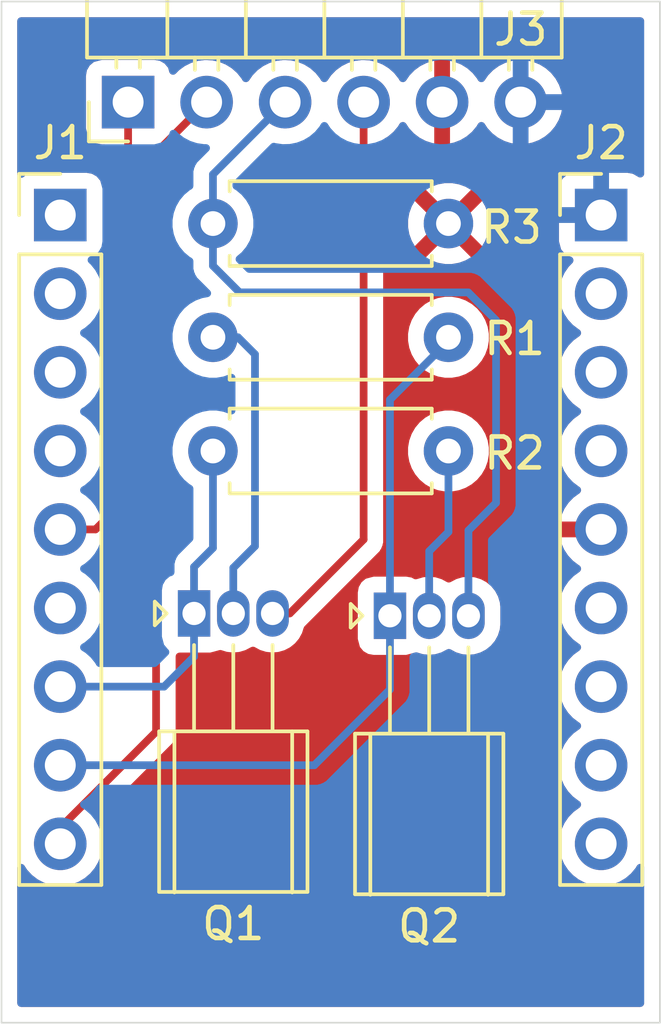
<source format=kicad_pcb>
(kicad_pcb (version 20191123) (host pcbnew "(5.99.0-575-gc67a52ffd)")

  (general
    (thickness 1.6)
    (drawings 8)
    (tracks 39)
    (modules 8)
    (nets 23)
  )

  (page "A4")
  (layers
    (0 "F.Cu" signal hide)
    (31 "B.Cu" signal hide)
    (32 "B.Adhes" user)
    (33 "F.Adhes" user)
    (34 "B.Paste" user)
    (35 "F.Paste" user)
    (36 "B.SilkS" user)
    (37 "F.SilkS" user)
    (38 "B.Mask" user)
    (39 "F.Mask" user)
    (40 "Dwgs.User" user)
    (41 "Cmts.User" user)
    (42 "Eco1.User" user)
    (43 "Eco2.User" user)
    (44 "Edge.Cuts" user)
    (45 "Margin" user)
    (46 "B.CrtYd" user)
    (47 "F.CrtYd" user)
    (48 "B.Fab" user)
    (49 "F.Fab" user)
  )

  (setup
    (last_trace_width 0.25)
    (trace_clearance 0.2)
    (zone_clearance 0.508)
    (zone_45_only no)
    (trace_min 0.2)
    (via_size 0.8)
    (via_drill 0.4)
    (via_min_size 0.4)
    (via_min_drill 0.3)
    (uvia_size 0.3)
    (uvia_drill 0.1)
    (uvias_allowed no)
    (uvia_min_size 0.2)
    (uvia_min_drill 0.1)
    (max_error 0.005)
    (defaults
      (edge_clearance 0.01)
      (edge_cuts_line_width 0.05)
      (courtyard_line_width 0.05)
      (copper_line_width 0.2)
      (copper_text_dims (size 1.5 1.5) (thickness 0.3))
      (silk_line_width 0.12)
      (silk_text_dims (size 1 1) (thickness 0.15))
      (other_layers_line_width 0.1)
      (other_layers_text_dims (size 1 1) (thickness 0.15))
    )
    (pad_size 1.524 1.524)
    (pad_drill 0.762)
    (pad_to_mask_clearance 0.051)
    (solder_mask_min_width 0.25)
    (aux_axis_origin 0 0)
    (visible_elements FFFFFF7F)
    (pcbplotparams
      (layerselection 0x010fc_ffffffff)
      (usegerberextensions false)
      (usegerberattributes false)
      (usegerberadvancedattributes false)
      (creategerberjobfile false)
      (excludeedgelayer true)
      (linewidth 0.100000)
      (plotframeref false)
      (viasonmask false)
      (mode 1)
      (useauxorigin false)
      (hpglpennumber 1)
      (hpglpenspeed 20)
      (hpglpendiameter 15.000000)
      (psnegative false)
      (psa4output false)
      (plotreference true)
      (plotvalue true)
      (plotinvisibletext false)
      (padsonsilk false)
      (subtractmaskfromsilk false)
      (outputformat 1)
      (mirror false)
      (drillshape 1)
      (scaleselection 1)
      (outputdirectory "")
    )
  )

  (net 0 "")
  (net 1 "/TXD")
  (net 2 "/DTR")
  (net 3 "/RTS")
  (net 4 "Net-(J1-Pad6)")
  (net 5 "/RXD")
  (net 6 "Net-(J1-Pad4)")
  (net 7 "Net-(J1-Pad3)")
  (net 8 "Net-(J1-Pad2)")
  (net 9 "Net-(J1-Pad1)")
  (net 10 "Net-(J2-Pad9)")
  (net 11 "Net-(J2-Pad8)")
  (net 12 "Net-(J2-Pad7)")
  (net 13 "Net-(J2-Pad6)")
  (net 14 "+3V3")
  (net 15 "Net-(J2-Pad4)")
  (net 16 "Net-(J2-Pad3)")
  (net 17 "Net-(J2-Pad2)")
  (net 18 "GND")
  (net 19 "/RESET")
  (net 20 "/GPIO0")
  (net 21 "Net-(Q1-Pad2)")
  (net 22 "Net-(Q2-Pad2)")

  (net_class "Default" "This is the default net class."
    (clearance 0.2)
    (trace_width 0.25)
    (via_dia 0.8)
    (via_drill 0.4)
    (uvia_dia 0.3)
    (uvia_drill 0.1)
    (add_net "+3V3")
    (add_net "/DTR")
    (add_net "/GPIO0")
    (add_net "/RESET")
    (add_net "/RTS")
    (add_net "/RXD")
    (add_net "/TXD")
    (add_net "GND")
    (add_net "Net-(J1-Pad1)")
    (add_net "Net-(J1-Pad2)")
    (add_net "Net-(J1-Pad3)")
    (add_net "Net-(J1-Pad4)")
    (add_net "Net-(J1-Pad6)")
    (add_net "Net-(J2-Pad2)")
    (add_net "Net-(J2-Pad3)")
    (add_net "Net-(J2-Pad4)")
    (add_net "Net-(J2-Pad6)")
    (add_net "Net-(J2-Pad7)")
    (add_net "Net-(J2-Pad8)")
    (add_net "Net-(J2-Pad9)")
    (add_net "Net-(Q1-Pad2)")
    (add_net "Net-(Q2-Pad2)")
  )

  (module "Resistor_THT:R_Axial_DIN0207_L6.3mm_D2.5mm_P7.62mm_Horizontal" (layer "F.Cu") (tedit 5AE5139B) (tstamp 5E0E7B26)
    (at 93.16 69.775 180)
    (descr "Resistor, Axial_DIN0207 series, Axial, Horizontal, pin pitch=7.62mm, 0.25W = 1/4W, length*diameter=6.3*2.5mm^2, http://cdn-reichelt.de/documents/datenblatt/B400/1_4W%23YAG.pdf")
    (tags "Resistor Axial_DIN0207 series Axial Horizontal pin pitch 7.62mm 0.25W = 1/4W length 6.3mm diameter 2.5mm")
    (path "/5E0DFB3A")
    (fp_text reference "R3" (at -2.04 -0.125) (layer "F.SilkS")
      (effects (font (size 1 1) (thickness 0.15)))
    )
    (fp_text value "4.7k" (at 3.76 -0.125) (layer "F.Fab")
      (effects (font (size 1 1) (thickness 0.15)))
    )
    (fp_line (start 0.66 -1.25) (end 0.66 1.25) (layer "F.Fab") (width 0.1))
    (fp_line (start 0.66 1.25) (end 6.96 1.25) (layer "F.Fab") (width 0.1))
    (fp_line (start 6.96 1.25) (end 6.96 -1.25) (layer "F.Fab") (width 0.1))
    (fp_line (start 6.96 -1.25) (end 0.66 -1.25) (layer "F.Fab") (width 0.1))
    (fp_line (start 0 0) (end 0.66 0) (layer "F.Fab") (width 0.1))
    (fp_line (start 7.62 0) (end 6.96 0) (layer "F.Fab") (width 0.1))
    (fp_line (start 0.54 -1.04) (end 0.54 -1.37) (layer "F.SilkS") (width 0.12))
    (fp_line (start 0.54 -1.37) (end 7.08 -1.37) (layer "F.SilkS") (width 0.12))
    (fp_line (start 7.08 -1.37) (end 7.08 -1.04) (layer "F.SilkS") (width 0.12))
    (fp_line (start 0.54 1.04) (end 0.54 1.37) (layer "F.SilkS") (width 0.12))
    (fp_line (start 0.54 1.37) (end 7.08 1.37) (layer "F.SilkS") (width 0.12))
    (fp_line (start 7.08 1.37) (end 7.08 1.04) (layer "F.SilkS") (width 0.12))
    (fp_line (start -1.05 -1.5) (end -1.05 1.5) (layer "F.CrtYd") (width 0.05))
    (fp_line (start -1.05 1.5) (end 8.67 1.5) (layer "F.CrtYd") (width 0.05))
    (fp_line (start 8.67 1.5) (end 8.67 -1.5) (layer "F.CrtYd") (width 0.05))
    (fp_line (start 8.67 -1.5) (end -1.05 -1.5) (layer "F.CrtYd") (width 0.05))
    (fp_text user "%R" (at 9.76 -0.125) (layer "F.Fab")
      (effects (font (size 1 1) (thickness 0.15)))
    )
    (pad "2" thru_hole oval (at 7.62 0 180) (size 1.6 1.6) (drill 0.8) (layers *.Cu *.Mask)
      (net 20 "/GPIO0"))
    (pad "1" thru_hole circle (at 0 0 180) (size 1.6 1.6) (drill 0.8) (layers *.Cu *.Mask)
      (net 14 "+3V3"))
    (model "${KISYS3DMOD}/Resistor_THT.3dshapes/R_Axial_DIN0207_L6.3mm_D2.5mm_P7.62mm_Horizontal.wrl"
      (at (xyz 0 0 0))
      (scale (xyz 1 1 1))
      (rotate (xyz 0 0 0))
    )
  )

  (module "Resistor_THT:R_Axial_DIN0207_L6.3mm_D2.5mm_P7.62mm_Horizontal" (layer "F.Cu") (tedit 5AE5139B) (tstamp 5E0E7C04)
    (at 93.16 77.125 180)
    (descr "Resistor, Axial_DIN0207 series, Axial, Horizontal, pin pitch=7.62mm, 0.25W = 1/4W, length*diameter=6.3*2.5mm^2, http://cdn-reichelt.de/documents/datenblatt/B400/1_4W%23YAG.pdf")
    (tags "Resistor Axial_DIN0207 series Axial Horizontal pin pitch 7.62mm 0.25W = 1/4W length 6.3mm diameter 2.5mm")
    (path "/5E0DE3A4")
    (fp_text reference "R2" (at -2.14 -0.075) (layer "F.SilkS")
      (effects (font (size 1 1) (thickness 0.15)))
    )
    (fp_text value "12k" (at 3.76 0.025) (layer "F.Fab")
      (effects (font (size 1 1) (thickness 0.15)))
    )
    (fp_line (start 0.66 -1.25) (end 0.66 1.25) (layer "F.Fab") (width 0.1))
    (fp_line (start 0.66 1.25) (end 6.96 1.25) (layer "F.Fab") (width 0.1))
    (fp_line (start 6.96 1.25) (end 6.96 -1.25) (layer "F.Fab") (width 0.1))
    (fp_line (start 6.96 -1.25) (end 0.66 -1.25) (layer "F.Fab") (width 0.1))
    (fp_line (start 0 0) (end 0.66 0) (layer "F.Fab") (width 0.1))
    (fp_line (start 7.62 0) (end 6.96 0) (layer "F.Fab") (width 0.1))
    (fp_line (start 0.54 -1.04) (end 0.54 -1.37) (layer "F.SilkS") (width 0.12))
    (fp_line (start 0.54 -1.37) (end 7.08 -1.37) (layer "F.SilkS") (width 0.12))
    (fp_line (start 7.08 -1.37) (end 7.08 -1.04) (layer "F.SilkS") (width 0.12))
    (fp_line (start 0.54 1.04) (end 0.54 1.37) (layer "F.SilkS") (width 0.12))
    (fp_line (start 0.54 1.37) (end 7.08 1.37) (layer "F.SilkS") (width 0.12))
    (fp_line (start 7.08 1.37) (end 7.08 1.04) (layer "F.SilkS") (width 0.12))
    (fp_line (start -1.05 -1.5) (end -1.05 1.5) (layer "F.CrtYd") (width 0.05))
    (fp_line (start -1.05 1.5) (end 8.67 1.5) (layer "F.CrtYd") (width 0.05))
    (fp_line (start 8.67 1.5) (end 8.67 -1.5) (layer "F.CrtYd") (width 0.05))
    (fp_line (start 8.67 -1.5) (end -1.05 -1.5) (layer "F.CrtYd") (width 0.05))
    (fp_text user "%R" (at 9.76 0.025) (layer "F.Fab")
      (effects (font (size 1 1) (thickness 0.15)))
    )
    (pad "2" thru_hole oval (at 7.62 0 180) (size 1.6 1.6) (drill 0.8) (layers *.Cu *.Mask)
      (net 3 "/RTS"))
    (pad "1" thru_hole circle (at 0 0 180) (size 1.6 1.6) (drill 0.8) (layers *.Cu *.Mask)
      (net 22 "Net-(Q2-Pad2)"))
    (model "${KISYS3DMOD}/Resistor_THT.3dshapes/R_Axial_DIN0207_L6.3mm_D2.5mm_P7.62mm_Horizontal.wrl"
      (at (xyz 0 0 0))
      (scale (xyz 1 1 1))
      (rotate (xyz 0 0 0))
    )
  )

  (module "Resistor_THT:R_Axial_DIN0207_L6.3mm_D2.5mm_P7.62mm_Horizontal" (layer "F.Cu") (tedit 5AE5139B) (tstamp 5E0E7BC2)
    (at 85.54 73.45)
    (descr "Resistor, Axial_DIN0207 series, Axial, Horizontal, pin pitch=7.62mm, 0.25W = 1/4W, length*diameter=6.3*2.5mm^2, http://cdn-reichelt.de/documents/datenblatt/B400/1_4W%23YAG.pdf")
    (tags "Resistor Axial_DIN0207 series Axial Horizontal pin pitch 7.62mm 0.25W = 1/4W length 6.3mm diameter 2.5mm")
    (path "/5E0DDDFE")
    (fp_text reference "R1" (at 9.76 0.05) (layer "F.SilkS")
      (effects (font (size 1 1) (thickness 0.15)))
    )
    (fp_text value "12k" (at 3.81 0.15) (layer "F.Fab")
      (effects (font (size 1 1) (thickness 0.15)))
    )
    (fp_line (start 0.66 -1.25) (end 0.66 1.25) (layer "F.Fab") (width 0.1))
    (fp_line (start 0.66 1.25) (end 6.96 1.25) (layer "F.Fab") (width 0.1))
    (fp_line (start 6.96 1.25) (end 6.96 -1.25) (layer "F.Fab") (width 0.1))
    (fp_line (start 6.96 -1.25) (end 0.66 -1.25) (layer "F.Fab") (width 0.1))
    (fp_line (start 0 0) (end 0.66 0) (layer "F.Fab") (width 0.1))
    (fp_line (start 7.62 0) (end 6.96 0) (layer "F.Fab") (width 0.1))
    (fp_line (start 0.54 -1.04) (end 0.54 -1.37) (layer "F.SilkS") (width 0.12))
    (fp_line (start 0.54 -1.37) (end 7.08 -1.37) (layer "F.SilkS") (width 0.12))
    (fp_line (start 7.08 -1.37) (end 7.08 -1.04) (layer "F.SilkS") (width 0.12))
    (fp_line (start 0.54 1.04) (end 0.54 1.37) (layer "F.SilkS") (width 0.12))
    (fp_line (start 0.54 1.37) (end 7.08 1.37) (layer "F.SilkS") (width 0.12))
    (fp_line (start 7.08 1.37) (end 7.08 1.04) (layer "F.SilkS") (width 0.12))
    (fp_line (start -1.05 -1.5) (end -1.05 1.5) (layer "F.CrtYd") (width 0.05))
    (fp_line (start -1.05 1.5) (end 8.67 1.5) (layer "F.CrtYd") (width 0.05))
    (fp_line (start 8.67 1.5) (end 8.67 -1.5) (layer "F.CrtYd") (width 0.05))
    (fp_line (start 8.67 -1.5) (end -1.05 -1.5) (layer "F.CrtYd") (width 0.05))
    (fp_text user "%R" (at -2.14 0) (layer "F.Fab")
      (effects (font (size 1 1) (thickness 0.15)))
    )
    (pad "2" thru_hole oval (at 7.62 0) (size 1.6 1.6) (drill 0.8) (layers *.Cu *.Mask)
      (net 2 "/DTR"))
    (pad "1" thru_hole circle (at 0 0) (size 1.6 1.6) (drill 0.8) (layers *.Cu *.Mask)
      (net 21 "Net-(Q1-Pad2)"))
    (model "${KISYS3DMOD}/Resistor_THT.3dshapes/R_Axial_DIN0207_L6.3mm_D2.5mm_P7.62mm_Horizontal.wrl"
      (at (xyz 0 0 0))
      (scale (xyz 1 1 1))
      (rotate (xyz 0 0 0))
    )
  )

  (module "Package_TO_SOT_THT:TO-92_Inline_W4.0mm_Horizontal_FlatSideDown" (layer "F.Cu") (tedit 5A2D51E9) (tstamp 5E0E7DA0)
    (at 91.266666 82.45)
    (descr "TO-92 horizontal, leads in-line, narrow, oval pads, drill 0.75mm (see NXP sot054_po.pdf)")
    (tags "to-92 sc-43 sc-43a sot54 PA33 transistor")
    (path "/5E0E46CE")
    (fp_text reference "Q2" (at 1.27 10.033) (layer "F.SilkS")
      (effects (font (size 1 1) (thickness 0.15)))
    )
    (fp_text value "S8050" (at 1.27 -1.778) (layer "F.Fab")
      (effects (font (size 1 1) (thickness 0.15)))
    )
    (fp_line (start -1.27 0.381) (end -0.889 0) (layer "F.SilkS") (width 0.12))
    (fp_line (start -1.27 -0.381) (end -1.27 0.381) (layer "F.SilkS") (width 0.12))
    (fp_line (start -0.889 0) (end -1.27 -0.381) (layer "F.SilkS") (width 0.12))
    (fp_line (start 3.175 3.81) (end 3.175 9.017) (layer "F.SilkS") (width 0.12))
    (fp_line (start -0.635 3.81) (end -0.635 9.017) (layer "F.SilkS") (width 0.12))
    (fp_text user "%R" (at 1.27 6.4) (layer "F.Fab")
      (effects (font (size 1 1) (thickness 0.15)))
    )
    (fp_line (start 2.54 3.94) (end 2.54 0) (layer "F.Fab") (width 0.1))
    (fp_line (start 1.27 3.94) (end 1.27 0) (layer "F.Fab") (width 0.1))
    (fp_line (start 0 3.94) (end 0 0) (layer "F.Fab") (width 0.1))
    (fp_line (start -1.02 8.89) (end -1.02 3.94) (layer "F.Fab") (width 0.1))
    (fp_line (start -1.02 3.94) (end 3.56 3.94) (layer "F.Fab") (width 0.1))
    (fp_line (start 3.56 3.94) (end 3.56 8.89) (layer "F.Fab") (width 0.1))
    (fp_line (start 3.56 8.89) (end -1.02 8.89) (layer "F.Fab") (width 0.1))
    (fp_line (start 0 1.02) (end 0 3.81) (layer "F.SilkS") (width 0.12))
    (fp_line (start 1.27 1.02) (end 1.27 3.81) (layer "F.SilkS") (width 0.12))
    (fp_line (start 2.54 1.02) (end 2.54 3.81) (layer "F.SilkS") (width 0.12))
    (fp_line (start -1.13 3.81) (end 3.67 3.81) (layer "F.SilkS") (width 0.12))
    (fp_line (start 3.67 3.81) (end 3.67 9) (layer "F.SilkS") (width 0.12))
    (fp_line (start 3.67 9) (end -1.13 9) (layer "F.SilkS") (width 0.12))
    (fp_line (start -1.13 9) (end -1.13 3.81) (layer "F.SilkS") (width 0.12))
    (fp_line (start -1.27 -1) (end 3.81 -1) (layer "F.CrtYd") (width 0.05))
    (fp_line (start -1.27 -1) (end -1.27 9.14) (layer "F.CrtYd") (width 0.05))
    (fp_line (start 3.81 9.14) (end 3.81 -1) (layer "F.CrtYd") (width 0.05))
    (fp_line (start 3.81 9.14) (end -1.27 9.14) (layer "F.CrtYd") (width 0.05))
    (pad "1" thru_hole rect (at 0 0) (size 1.05 1.5) (drill 0.75) (layers *.Cu *.Mask)
      (net 2 "/DTR"))
    (pad "3" thru_hole oval (at 2.54 0) (size 1.05 1.5) (drill 0.75) (layers *.Cu *.Mask)
      (net 20 "/GPIO0"))
    (pad "2" thru_hole oval (at 1.27 0) (size 1.05 1.5) (drill 0.75) (layers *.Cu *.Mask)
      (net 22 "Net-(Q2-Pad2)"))
    (model "${KISYS3DMOD}/Package_TO_SOT_THT.3dshapes/TO-92_Inline_W4.0mm_Horizontal_FlatSideDown.wrl"
      (at (xyz 0 0 0))
      (scale (xyz 1 1 1))
      (rotate (xyz 0 0 0))
    )
  )

  (module "Package_TO_SOT_THT:TO-92_Inline_W4.0mm_Horizontal_FlatSideDown" (layer "F.Cu") (tedit 5A2D51E9) (tstamp 5E0E7B70)
    (at 84.928333 82.375)
    (descr "TO-92 horizontal, leads in-line, narrow, oval pads, drill 0.75mm (see NXP sot054_po.pdf)")
    (tags "to-92 sc-43 sc-43a sot54 PA33 transistor")
    (path "/5E0DB568")
    (fp_text reference "Q1" (at 1.27 10.033) (layer "F.SilkS")
      (effects (font (size 1 1) (thickness 0.15)))
    )
    (fp_text value "S8050" (at 1.27 -1.778) (layer "F.Fab")
      (effects (font (size 1 1) (thickness 0.15)))
    )
    (fp_line (start -1.27 0.381) (end -0.889 0) (layer "F.SilkS") (width 0.12))
    (fp_line (start -1.27 -0.381) (end -1.27 0.381) (layer "F.SilkS") (width 0.12))
    (fp_line (start -0.889 0) (end -1.27 -0.381) (layer "F.SilkS") (width 0.12))
    (fp_line (start 3.175 3.81) (end 3.175 9.017) (layer "F.SilkS") (width 0.12))
    (fp_line (start -0.635 3.81) (end -0.635 9.017) (layer "F.SilkS") (width 0.12))
    (fp_text user "%R" (at 1.27 6.4) (layer "F.Fab")
      (effects (font (size 1 1) (thickness 0.15)))
    )
    (fp_line (start 2.54 3.94) (end 2.54 0) (layer "F.Fab") (width 0.1))
    (fp_line (start 1.27 3.94) (end 1.27 0) (layer "F.Fab") (width 0.1))
    (fp_line (start 0 3.94) (end 0 0) (layer "F.Fab") (width 0.1))
    (fp_line (start -1.02 8.89) (end -1.02 3.94) (layer "F.Fab") (width 0.1))
    (fp_line (start -1.02 3.94) (end 3.56 3.94) (layer "F.Fab") (width 0.1))
    (fp_line (start 3.56 3.94) (end 3.56 8.89) (layer "F.Fab") (width 0.1))
    (fp_line (start 3.56 8.89) (end -1.02 8.89) (layer "F.Fab") (width 0.1))
    (fp_line (start 0 1.02) (end 0 3.81) (layer "F.SilkS") (width 0.12))
    (fp_line (start 1.27 1.02) (end 1.27 3.81) (layer "F.SilkS") (width 0.12))
    (fp_line (start 2.54 1.02) (end 2.54 3.81) (layer "F.SilkS") (width 0.12))
    (fp_line (start -1.13 3.81) (end 3.67 3.81) (layer "F.SilkS") (width 0.12))
    (fp_line (start 3.67 3.81) (end 3.67 9) (layer "F.SilkS") (width 0.12))
    (fp_line (start 3.67 9) (end -1.13 9) (layer "F.SilkS") (width 0.12))
    (fp_line (start -1.13 9) (end -1.13 3.81) (layer "F.SilkS") (width 0.12))
    (fp_line (start -1.27 -1) (end 3.81 -1) (layer "F.CrtYd") (width 0.05))
    (fp_line (start -1.27 -1) (end -1.27 9.14) (layer "F.CrtYd") (width 0.05))
    (fp_line (start 3.81 9.14) (end 3.81 -1) (layer "F.CrtYd") (width 0.05))
    (fp_line (start 3.81 9.14) (end -1.27 9.14) (layer "F.CrtYd") (width 0.05))
    (pad "1" thru_hole rect (at 0 0) (size 1.05 1.5) (drill 0.75) (layers *.Cu *.Mask)
      (net 3 "/RTS"))
    (pad "3" thru_hole oval (at 2.54 0) (size 1.05 1.5) (drill 0.75) (layers *.Cu *.Mask)
      (net 19 "/RESET"))
    (pad "2" thru_hole oval (at 1.27 0) (size 1.05 1.5) (drill 0.75) (layers *.Cu *.Mask)
      (net 21 "Net-(Q1-Pad2)"))
    (model "${KISYS3DMOD}/Package_TO_SOT_THT.3dshapes/TO-92_Inline_W4.0mm_Horizontal_FlatSideDown.wrl"
      (at (xyz 0 0 0))
      (scale (xyz 1 1 1))
      (rotate (xyz 0 0 0))
    )
  )

  (module "Connector_PinHeader_2.54mm:PinHeader_1x06_P2.54mm_Horizontal" (layer "F.Cu") (tedit 59FED5CB) (tstamp 5E0E634F)
    (at 82.795 65.85 90)
    (descr "Through hole angled pin header, 1x06, 2.54mm pitch, 6mm pin length, single row")
    (tags "Through hole angled pin header THT 1x06 2.54mm single row")
    (path "/5E0F94EA")
    (fp_text reference "J3" (at 2.35 12.705 180) (layer "F.SilkS")
      (effects (font (size 1 1) (thickness 0.15)))
    )
    (fp_text value "Conn_01x06_Male" (at 4.385 14.97 90) (layer "F.Fab")
      (effects (font (size 1 1) (thickness 0.15)))
    )
    (fp_line (start 2.135 -1.27) (end 4.04 -1.27) (layer "F.Fab") (width 0.1))
    (fp_line (start 4.04 -1.27) (end 4.04 13.97) (layer "F.Fab") (width 0.1))
    (fp_line (start 4.04 13.97) (end 1.5 13.97) (layer "F.Fab") (width 0.1))
    (fp_line (start 1.5 13.97) (end 1.5 -0.635) (layer "F.Fab") (width 0.1))
    (fp_line (start 1.5 -0.635) (end 2.135 -1.27) (layer "F.Fab") (width 0.1))
    (fp_line (start -0.32 -0.32) (end 1.5 -0.32) (layer "F.Fab") (width 0.1))
    (fp_line (start -0.32 -0.32) (end -0.32 0.32) (layer "F.Fab") (width 0.1))
    (fp_line (start -0.32 0.32) (end 1.5 0.32) (layer "F.Fab") (width 0.1))
    (fp_line (start 4.04 -0.32) (end 10.04 -0.32) (layer "F.Fab") (width 0.1))
    (fp_line (start 10.04 -0.32) (end 10.04 0.32) (layer "F.Fab") (width 0.1))
    (fp_line (start 4.04 0.32) (end 10.04 0.32) (layer "F.Fab") (width 0.1))
    (fp_line (start -0.32 2.22) (end 1.5 2.22) (layer "F.Fab") (width 0.1))
    (fp_line (start -0.32 2.22) (end -0.32 2.86) (layer "F.Fab") (width 0.1))
    (fp_line (start -0.32 2.86) (end 1.5 2.86) (layer "F.Fab") (width 0.1))
    (fp_line (start 4.04 2.22) (end 10.04 2.22) (layer "F.Fab") (width 0.1))
    (fp_line (start 10.04 2.22) (end 10.04 2.86) (layer "F.Fab") (width 0.1))
    (fp_line (start 4.04 2.86) (end 10.04 2.86) (layer "F.Fab") (width 0.1))
    (fp_line (start -0.32 4.76) (end 1.5 4.76) (layer "F.Fab") (width 0.1))
    (fp_line (start -0.32 4.76) (end -0.32 5.4) (layer "F.Fab") (width 0.1))
    (fp_line (start -0.32 5.4) (end 1.5 5.4) (layer "F.Fab") (width 0.1))
    (fp_line (start 4.04 4.76) (end 10.04 4.76) (layer "F.Fab") (width 0.1))
    (fp_line (start 10.04 4.76) (end 10.04 5.4) (layer "F.Fab") (width 0.1))
    (fp_line (start 4.04 5.4) (end 10.04 5.4) (layer "F.Fab") (width 0.1))
    (fp_line (start -0.32 7.3) (end 1.5 7.3) (layer "F.Fab") (width 0.1))
    (fp_line (start -0.32 7.3) (end -0.32 7.94) (layer "F.Fab") (width 0.1))
    (fp_line (start -0.32 7.94) (end 1.5 7.94) (layer "F.Fab") (width 0.1))
    (fp_line (start 4.04 7.3) (end 10.04 7.3) (layer "F.Fab") (width 0.1))
    (fp_line (start 10.04 7.3) (end 10.04 7.94) (layer "F.Fab") (width 0.1))
    (fp_line (start 4.04 7.94) (end 10.04 7.94) (layer "F.Fab") (width 0.1))
    (fp_line (start -0.32 9.84) (end 1.5 9.84) (layer "F.Fab") (width 0.1))
    (fp_line (start -0.32 9.84) (end -0.32 10.48) (layer "F.Fab") (width 0.1))
    (fp_line (start -0.32 10.48) (end 1.5 10.48) (layer "F.Fab") (width 0.1))
    (fp_line (start 4.04 9.84) (end 10.04 9.84) (layer "F.Fab") (width 0.1))
    (fp_line (start 10.04 9.84) (end 10.04 10.48) (layer "F.Fab") (width 0.1))
    (fp_line (start 4.04 10.48) (end 10.04 10.48) (layer "F.Fab") (width 0.1))
    (fp_line (start -0.32 12.38) (end 1.5 12.38) (layer "F.Fab") (width 0.1))
    (fp_line (start -0.32 12.38) (end -0.32 13.02) (layer "F.Fab") (width 0.1))
    (fp_line (start -0.32 13.02) (end 1.5 13.02) (layer "F.Fab") (width 0.1))
    (fp_line (start 4.04 12.38) (end 10.04 12.38) (layer "F.Fab") (width 0.1))
    (fp_line (start 10.04 12.38) (end 10.04 13.02) (layer "F.Fab") (width 0.1))
    (fp_line (start 4.04 13.02) (end 10.04 13.02) (layer "F.Fab") (width 0.1))
    (fp_line (start 1.44 -1.33) (end 1.44 14.03) (layer "F.SilkS") (width 0.12))
    (fp_line (start 1.44 14.03) (end 4.1 14.03) (layer "F.SilkS") (width 0.12))
    (fp_line (start 4.1 14.03) (end 4.1 -1.33) (layer "F.SilkS") (width 0.12))
    (fp_line (start 4.1 -1.33) (end 1.44 -1.33) (layer "F.SilkS") (width 0.12))
    (fp_line (start 4.1 -0.38) (end 10.1 -0.38) (layer "F.SilkS") (width 0.12))
    (fp_line (start 10.1 -0.38) (end 10.1 0.38) (layer "F.SilkS") (width 0.12))
    (fp_line (start 10.1 0.38) (end 4.1 0.38) (layer "F.SilkS") (width 0.12))
    (fp_line (start 4.1 -0.32) (end 10.1 -0.32) (layer "F.SilkS") (width 0.12))
    (fp_line (start 4.1 -0.2) (end 10.1 -0.2) (layer "F.SilkS") (width 0.12))
    (fp_line (start 4.1 -0.08) (end 10.1 -0.08) (layer "F.SilkS") (width 0.12))
    (fp_line (start 4.1 0.04) (end 10.1 0.04) (layer "F.SilkS") (width 0.12))
    (fp_line (start 4.1 0.16) (end 10.1 0.16) (layer "F.SilkS") (width 0.12))
    (fp_line (start 4.1 0.28) (end 10.1 0.28) (layer "F.SilkS") (width 0.12))
    (fp_line (start 1.11 -0.38) (end 1.44 -0.38) (layer "F.SilkS") (width 0.12))
    (fp_line (start 1.11 0.38) (end 1.44 0.38) (layer "F.SilkS") (width 0.12))
    (fp_line (start 1.44 1.27) (end 4.1 1.27) (layer "F.SilkS") (width 0.12))
    (fp_line (start 4.1 2.16) (end 10.1 2.16) (layer "F.SilkS") (width 0.12))
    (fp_line (start 10.1 2.16) (end 10.1 2.92) (layer "F.SilkS") (width 0.12))
    (fp_line (start 10.1 2.92) (end 4.1 2.92) (layer "F.SilkS") (width 0.12))
    (fp_line (start 1.042929 2.16) (end 1.44 2.16) (layer "F.SilkS") (width 0.12))
    (fp_line (start 1.042929 2.92) (end 1.44 2.92) (layer "F.SilkS") (width 0.12))
    (fp_line (start 1.44 3.81) (end 4.1 3.81) (layer "F.SilkS") (width 0.12))
    (fp_line (start 4.1 4.7) (end 10.1 4.7) (layer "F.SilkS") (width 0.12))
    (fp_line (start 10.1 4.7) (end 10.1 5.46) (layer "F.SilkS") (width 0.12))
    (fp_line (start 10.1 5.46) (end 4.1 5.46) (layer "F.SilkS") (width 0.12))
    (fp_line (start 1.042929 4.7) (end 1.44 4.7) (layer "F.SilkS") (width 0.12))
    (fp_line (start 1.042929 5.46) (end 1.44 5.46) (layer "F.SilkS") (width 0.12))
    (fp_line (start 1.44 6.35) (end 4.1 6.35) (layer "F.SilkS") (width 0.12))
    (fp_line (start 4.1 7.24) (end 10.1 7.24) (layer "F.SilkS") (width 0.12))
    (fp_line (start 10.1 7.24) (end 10.1 8) (layer "F.SilkS") (width 0.12))
    (fp_line (start 10.1 8) (end 4.1 8) (layer "F.SilkS") (width 0.12))
    (fp_line (start 1.042929 7.24) (end 1.44 7.24) (layer "F.SilkS") (width 0.12))
    (fp_line (start 1.042929 8) (end 1.44 8) (layer "F.SilkS") (width 0.12))
    (fp_line (start 1.44 8.89) (end 4.1 8.89) (layer "F.SilkS") (width 0.12))
    (fp_line (start 4.1 9.78) (end 10.1 9.78) (layer "F.SilkS") (width 0.12))
    (fp_line (start 10.1 9.78) (end 10.1 10.54) (layer "F.SilkS") (width 0.12))
    (fp_line (start 10.1 10.54) (end 4.1 10.54) (layer "F.SilkS") (width 0.12))
    (fp_line (start 1.042929 9.78) (end 1.44 9.78) (layer "F.SilkS") (width 0.12))
    (fp_line (start 1.042929 10.54) (end 1.44 10.54) (layer "F.SilkS") (width 0.12))
    (fp_line (start 1.44 11.43) (end 4.1 11.43) (layer "F.SilkS") (width 0.12))
    (fp_line (start 4.1 12.32) (end 10.1 12.32) (layer "F.SilkS") (width 0.12))
    (fp_line (start 10.1 12.32) (end 10.1 13.08) (layer "F.SilkS") (width 0.12))
    (fp_line (start 10.1 13.08) (end 4.1 13.08) (layer "F.SilkS") (width 0.12))
    (fp_line (start 1.042929 12.32) (end 1.44 12.32) (layer "F.SilkS") (width 0.12))
    (fp_line (start 1.042929 13.08) (end 1.44 13.08) (layer "F.SilkS") (width 0.12))
    (fp_line (start -1.27 0) (end -1.27 -1.27) (layer "F.SilkS") (width 0.12))
    (fp_line (start -1.27 -1.27) (end 0 -1.27) (layer "F.SilkS") (width 0.12))
    (fp_line (start -1.8 -1.8) (end -1.8 14.5) (layer "F.CrtYd") (width 0.05))
    (fp_line (start -1.8 14.5) (end 10.55 14.5) (layer "F.CrtYd") (width 0.05))
    (fp_line (start 10.55 14.5) (end 10.55 -1.8) (layer "F.CrtYd") (width 0.05))
    (fp_line (start 10.55 -1.8) (end -1.8 -1.8) (layer "F.CrtYd") (width 0.05))
    (fp_text user "%R" (at 2.77 6.35) (layer "F.Fab")
      (effects (font (size 1 1) (thickness 0.15)))
    )
    (pad "6" thru_hole oval (at 0 12.7 90) (size 1.7 1.7) (drill 1) (layers *.Cu *.Mask)
      (net 18 "GND"))
    (pad "5" thru_hole oval (at 0 10.16 90) (size 1.7 1.7) (drill 1) (layers *.Cu *.Mask)
      (net 14 "+3V3"))
    (pad "4" thru_hole oval (at 0 7.62 90) (size 1.7 1.7) (drill 1) (layers *.Cu *.Mask)
      (net 19 "/RESET"))
    (pad "3" thru_hole oval (at 0 5.08 90) (size 1.7 1.7) (drill 1) (layers *.Cu *.Mask)
      (net 20 "/GPIO0"))
    (pad "2" thru_hole oval (at 0 2.54 90) (size 1.7 1.7) (drill 1) (layers *.Cu *.Mask)
      (net 1 "/TXD"))
    (pad "1" thru_hole rect (at 0 0 90) (size 1.7 1.7) (drill 1) (layers *.Cu *.Mask)
      (net 5 "/RXD"))
    (model "${KISYS3DMOD}/Connector_PinHeader_2.54mm.3dshapes/PinHeader_1x06_P2.54mm_Horizontal.wrl"
      (at (xyz 0 0 0))
      (scale (xyz 1 1 1))
      (rotate (xyz 0 0 0))
    )
  )

  (module "Connector_PinHeader_2.54mm:PinHeader_1x09_P2.54mm_Vertical" (layer "F.Cu") (tedit 59FED5CC) (tstamp 5E0E7C4C)
    (at 98.1 69.5)
    (descr "Through hole straight pin header, 1x09, 2.54mm pitch, single row")
    (tags "Through hole pin header THT 1x09 2.54mm single row")
    (path "/5E0E9146")
    (fp_text reference "J2" (at 0 -2.33) (layer "F.SilkS")
      (effects (font (size 1 1) (thickness 0.15)))
    )
    (fp_text value "Conn_01x09_Female" (at 0 22.65) (layer "F.Fab")
      (effects (font (size 1 1) (thickness 0.15)))
    )
    (fp_line (start -0.635 -1.27) (end 1.27 -1.27) (layer "F.Fab") (width 0.1))
    (fp_line (start 1.27 -1.27) (end 1.27 21.59) (layer "F.Fab") (width 0.1))
    (fp_line (start 1.27 21.59) (end -1.27 21.59) (layer "F.Fab") (width 0.1))
    (fp_line (start -1.27 21.59) (end -1.27 -0.635) (layer "F.Fab") (width 0.1))
    (fp_line (start -1.27 -0.635) (end -0.635 -1.27) (layer "F.Fab") (width 0.1))
    (fp_line (start -1.33 21.65) (end 1.33 21.65) (layer "F.SilkS") (width 0.12))
    (fp_line (start -1.33 1.27) (end -1.33 21.65) (layer "F.SilkS") (width 0.12))
    (fp_line (start 1.33 1.27) (end 1.33 21.65) (layer "F.SilkS") (width 0.12))
    (fp_line (start -1.33 1.27) (end 1.33 1.27) (layer "F.SilkS") (width 0.12))
    (fp_line (start -1.33 0) (end -1.33 -1.33) (layer "F.SilkS") (width 0.12))
    (fp_line (start -1.33 -1.33) (end 0 -1.33) (layer "F.SilkS") (width 0.12))
    (fp_line (start -1.8 -1.8) (end -1.8 22.1) (layer "F.CrtYd") (width 0.05))
    (fp_line (start -1.8 22.1) (end 1.8 22.1) (layer "F.CrtYd") (width 0.05))
    (fp_line (start 1.8 22.1) (end 1.8 -1.8) (layer "F.CrtYd") (width 0.05))
    (fp_line (start 1.8 -1.8) (end -1.8 -1.8) (layer "F.CrtYd") (width 0.05))
    (fp_text user "%R" (at 0 10.16 90) (layer "F.Fab")
      (effects (font (size 1 1) (thickness 0.15)))
    )
    (pad "9" thru_hole oval (at 0 20.32) (size 1.7 1.7) (drill 1) (layers *.Cu *.Mask)
      (net 10 "Net-(J2-Pad9)"))
    (pad "8" thru_hole oval (at 0 17.78) (size 1.7 1.7) (drill 1) (layers *.Cu *.Mask)
      (net 11 "Net-(J2-Pad8)"))
    (pad "7" thru_hole oval (at 0 15.24) (size 1.7 1.7) (drill 1) (layers *.Cu *.Mask)
      (net 12 "Net-(J2-Pad7)"))
    (pad "6" thru_hole oval (at 0 12.7) (size 1.7 1.7) (drill 1) (layers *.Cu *.Mask)
      (net 13 "Net-(J2-Pad6)"))
    (pad "5" thru_hole oval (at 0 10.16) (size 1.7 1.7) (drill 1) (layers *.Cu *.Mask)
      (net 14 "+3V3"))
    (pad "4" thru_hole oval (at 0 7.62) (size 1.7 1.7) (drill 1) (layers *.Cu *.Mask)
      (net 15 "Net-(J2-Pad4)"))
    (pad "3" thru_hole oval (at 0 5.08) (size 1.7 1.7) (drill 1) (layers *.Cu *.Mask)
      (net 16 "Net-(J2-Pad3)"))
    (pad "2" thru_hole oval (at 0 2.54) (size 1.7 1.7) (drill 1) (layers *.Cu *.Mask)
      (net 17 "Net-(J2-Pad2)"))
    (pad "1" thru_hole rect (at 0 0) (size 1.7 1.7) (drill 1) (layers *.Cu *.Mask)
      (net 18 "GND"))
    (model "${KISYS3DMOD}/Connector_PinHeader_2.54mm.3dshapes/PinHeader_1x09_P2.54mm_Vertical.wrl"
      (at (xyz 0 0 0))
      (scale (xyz 1 1 1))
      (rotate (xyz 0 0 0))
    )
  )

  (module "Connector_PinHeader_2.54mm:PinHeader_1x09_P2.54mm_Vertical" (layer "F.Cu") (tedit 59FED5CC) (tstamp 5E0E7AD8)
    (at 80.6 69.5)
    (descr "Through hole straight pin header, 1x09, 2.54mm pitch, single row")
    (tags "Through hole pin header THT 1x09 2.54mm single row")
    (path "/5E0E78C9")
    (fp_text reference "J1" (at 0 -2.33) (layer "F.SilkS")
      (effects (font (size 1 1) (thickness 0.15)))
    )
    (fp_text value "Conn_01x09_Female" (at 0 22.65) (layer "F.Fab")
      (effects (font (size 1 1) (thickness 0.15)))
    )
    (fp_line (start -0.635 -1.27) (end 1.27 -1.27) (layer "F.Fab") (width 0.1))
    (fp_line (start 1.27 -1.27) (end 1.27 21.59) (layer "F.Fab") (width 0.1))
    (fp_line (start 1.27 21.59) (end -1.27 21.59) (layer "F.Fab") (width 0.1))
    (fp_line (start -1.27 21.59) (end -1.27 -0.635) (layer "F.Fab") (width 0.1))
    (fp_line (start -1.27 -0.635) (end -0.635 -1.27) (layer "F.Fab") (width 0.1))
    (fp_line (start -1.33 21.65) (end 1.33 21.65) (layer "F.SilkS") (width 0.12))
    (fp_line (start -1.33 1.27) (end -1.33 21.65) (layer "F.SilkS") (width 0.12))
    (fp_line (start 1.33 1.27) (end 1.33 21.65) (layer "F.SilkS") (width 0.12))
    (fp_line (start -1.33 1.27) (end 1.33 1.27) (layer "F.SilkS") (width 0.12))
    (fp_line (start -1.33 0) (end -1.33 -1.33) (layer "F.SilkS") (width 0.12))
    (fp_line (start -1.33 -1.33) (end 0 -1.33) (layer "F.SilkS") (width 0.12))
    (fp_line (start -1.8 -1.8) (end -1.8 22.1) (layer "F.CrtYd") (width 0.05))
    (fp_line (start -1.8 22.1) (end 1.8 22.1) (layer "F.CrtYd") (width 0.05))
    (fp_line (start 1.8 22.1) (end 1.8 -1.8) (layer "F.CrtYd") (width 0.05))
    (fp_line (start 1.8 -1.8) (end -1.8 -1.8) (layer "F.CrtYd") (width 0.05))
    (fp_text user "%R" (at 0 10.16 90) (layer "F.Fab")
      (effects (font (size 1 1) (thickness 0.15)))
    )
    (pad "9" thru_hole oval (at 0 20.32) (size 1.7 1.7) (drill 1) (layers *.Cu *.Mask)
      (net 1 "/TXD"))
    (pad "8" thru_hole oval (at 0 17.78) (size 1.7 1.7) (drill 1) (layers *.Cu *.Mask)
      (net 2 "/DTR"))
    (pad "7" thru_hole oval (at 0 15.24) (size 1.7 1.7) (drill 1) (layers *.Cu *.Mask)
      (net 3 "/RTS"))
    (pad "6" thru_hole oval (at 0 12.7) (size 1.7 1.7) (drill 1) (layers *.Cu *.Mask)
      (net 4 "Net-(J1-Pad6)"))
    (pad "5" thru_hole oval (at 0 10.16) (size 1.7 1.7) (drill 1) (layers *.Cu *.Mask)
      (net 5 "/RXD"))
    (pad "4" thru_hole oval (at 0 7.62) (size 1.7 1.7) (drill 1) (layers *.Cu *.Mask)
      (net 6 "Net-(J1-Pad4)"))
    (pad "3" thru_hole oval (at 0 5.08) (size 1.7 1.7) (drill 1) (layers *.Cu *.Mask)
      (net 7 "Net-(J1-Pad3)"))
    (pad "2" thru_hole oval (at 0 2.54) (size 1.7 1.7) (drill 1) (layers *.Cu *.Mask)
      (net 8 "Net-(J1-Pad2)"))
    (pad "1" thru_hole rect (at 0 0) (size 1.7 1.7) (drill 1) (layers *.Cu *.Mask)
      (net 9 "Net-(J1-Pad1)"))
    (model "${KISYS3DMOD}/Connector_PinHeader_2.54mm.3dshapes/PinHeader_1x09_P2.54mm_Vertical.wrl"
      (at (xyz 0 0 0))
      (scale (xyz 1 1 1))
      (rotate (xyz 0 0 0))
    )
  )

  (gr_line (start 100 62.6) (end 78.7 62.6) (layer "Edge.Cuts") (width 0.05))
  (gr_line (start 100 95.6) (end 100 62.6) (layer "Edge.Cuts") (width 0.05))
  (gr_line (start 78.7 95.6) (end 100 95.6) (layer "Edge.Cuts") (width 0.05))
  (gr_line (start 78.7 62.6) (end 78.7 95.6) (layer "Edge.Cuts") (width 0.05))
  (gr_line (start 100 95.6) (end 100 62.6) (layer "B.Mask") (width 0.1))
  (gr_line (start 78.7 95.6) (end 100 95.6) (layer "B.Mask") (width 0.1))
  (gr_line (start 78.7 62.6) (end 78.7 95.6) (layer "B.Mask") (width 0.1))
  (gr_line (start 100 62.6) (end 78.7 62.6) (layer "B.Mask") (width 0.1))

  (segment (start 91.266666 82.45) (end 91.266666 75.466666) (width 0.25) (layer "B.Cu") (net 2))
  (segment (start 93.16 73.573332) (end 93.16 73.45) (width 0.25) (layer "B.Cu") (net 2))
  (segment (start 91.266666 75.466666) (end 93.16 73.573332) (width 0.25) (layer "B.Cu") (net 2))
  (segment (start 92.536666 82.45) (end 92.536666 80.363334) (width 0.25) (layer "B.Cu") (net 22))
  (segment (start 93.16 79.74) (end 93.16 77.125) (width 0.25) (layer "B.Cu") (net 22))
  (segment (start 92.536666 80.363334) (end 93.16 79.74) (width 0.25) (layer "B.Cu") (net 22))
  (segment (start 93.806666 82.45) (end 93.806666 79.693334) (width 0.25) (layer "B.Cu") (net 20))
  (segment (start 93.806666 79.693334) (end 94.7 78.8) (width 0.25) (layer "B.Cu") (net 20))
  (segment (start 94.7 78.8) (end 94.7 72.9) (width 0.25) (layer "B.Cu") (net 20))
  (segment (start 94.7 72.9) (end 93.8 72) (width 0.25) (layer "B.Cu") (net 20))
  (segment (start 93.8 72) (end 86.4 72) (width 0.25) (layer "B.Cu") (net 20))
  (segment (start 85.54 71.14) (end 85.54 69.775) (width 0.25) (layer "B.Cu") (net 20))
  (segment (start 86.4 72) (end 85.54 71.14) (width 0.25) (layer "B.Cu") (net 20))
  (segment (start 85.54 73.45) (end 86.35 73.45) (width 0.25) (layer "B.Cu") (net 21))
  (segment (start 86.35 73.45) (end 86.9 74) (width 0.25) (layer "B.Cu") (net 21))
  (segment (start 86.9 74) (end 86.9 80.2) (width 0.25) (layer "B.Cu") (net 21))
  (segment (start 86.198333 80.901667) (end 86.198333 82.375) (width 0.25) (layer "B.Cu") (net 21))
  (segment (start 86.9 80.2) (end 86.198333 80.901667) (width 0.25) (layer "B.Cu") (net 21))
  (segment (start 85.54 77.125) (end 85.54 80.26) (width 0.25) (layer "B.Cu") (net 3))
  (segment (start 84.928333 80.871667) (end 84.928333 82.375) (width 0.25) (layer "B.Cu") (net 3))
  (segment (start 85.54 80.26) (end 84.928333 80.871667) (width 0.25) (layer "B.Cu") (net 3))
  (segment (start 80.6 87.28) (end 88.82 87.28) (width 0.25) (layer "B.Cu") (net 2))
  (segment (start 91.266666 84.833334) (end 91.266666 82.45) (width 0.25) (layer "B.Cu") (net 2))
  (segment (start 88.82 87.28) (end 91.266666 84.833334) (width 0.25) (layer "B.Cu") (net 2))
  (segment (start 80.6 84.74) (end 83.96 84.74) (width 0.25) (layer "B.Cu") (net 3))
  (segment (start 84.928333 83.771667) (end 84.928333 82.375) (width 0.25) (layer "B.Cu") (net 3))
  (segment (start 83.96 84.74) (end 84.928333 83.771667) (width 0.25) (layer "B.Cu") (net 3))
  (segment (start 80.6 79.66) (end 81.74 79.66) (width 0.25) (layer "F.Cu") (net 5))
  (segment (start 82.795 78.605) (end 82.795 65.85) (width 0.25) (layer "F.Cu") (net 5))
  (segment (start 81.74 79.66) (end 82.795 78.605) (width 0.25) (layer "F.Cu") (net 5))
  (segment (start 80.6 89.82) (end 80.6 89.3) (width 0.25) (layer "F.Cu") (net 1))
  (segment (start 80.6 89.3) (end 83.7 86.2) (width 0.25) (layer "F.Cu") (net 1))
  (segment (start 83.7 67.485) (end 85.335 65.85) (width 0.25) (layer "F.Cu") (net 1))
  (segment (start 83.7 86.2) (end 83.7 67.485) (width 0.25) (layer "F.Cu") (net 1))
  (segment (start 87.468333 82.375) (end 88.025 82.375) (width 0.25) (layer "F.Cu") (net 19))
  (segment (start 90.415 79.985) (end 90.415 65.85) (width 0.25) (layer "F.Cu") (net 19))
  (segment (start 88.025 82.375) (end 90.415 79.985) (width 0.25) (layer "F.Cu") (net 19))
  (segment (start 85.54 68.185) (end 87.875 65.85) (width 0.25) (layer "B.Cu") (net 20))
  (segment (start 85.54 69.775) (end 85.54 68.185) (width 0.25) (layer "B.Cu") (net 20))

  (zone (net 14) (net_name "+3V3") (layer "F.Cu") (tstamp 0) (hatch edge 0.508)
    (connect_pads (clearance 0.508))
    (min_thickness 0.254)
    (fill yes (thermal_gap 0.508) (thermal_bridge_width 0.508))
    (polygon
      (pts
        (xy 100.1 95.5) (xy 78.7 95.6) (xy 78.7 62.6) (xy 100 62.6)
      )
    )
    (filled_polygon
      (pts
        (xy 99.366001 68.15944) (xy 99.363815 68.156835) (xy 99.170186 68.045044) (xy 98.961024 68.008163) (xy 97.233412 68.008163)
        (xy 96.932489 68.088795) (xy 96.756835 68.236185) (xy 96.645044 68.429814) (xy 96.608163 68.638976) (xy 96.608163 70.366588)
        (xy 96.688795 70.667512) (xy 96.836185 70.843165) (xy 97.029814 70.954956) (xy 97.07709 70.963292) (xy 96.94912 71.094656)
        (xy 96.806293 71.302083) (xy 96.700457 71.530609) (xy 96.634639 71.773699) (xy 96.61072 72.024404) (xy 96.629384 72.275554)
        (xy 96.690097 72.51997) (xy 96.791123 72.750662) (xy 96.929575 72.961033) (xy 97.101493 73.145071) (xy 97.30196 73.29751)
        (xy 97.324239 73.309133) (xy 97.124854 73.454261) (xy 96.94912 73.634656) (xy 96.806293 73.842083) (xy 96.700457 74.070609)
        (xy 96.634639 74.313699) (xy 96.61072 74.564404) (xy 96.629384 74.815554) (xy 96.690097 75.05997) (xy 96.791123 75.290662)
        (xy 96.929575 75.501033) (xy 97.101493 75.685071) (xy 97.30196 75.83751) (xy 97.324239 75.849133) (xy 97.124854 75.994261)
        (xy 96.94912 76.174656) (xy 96.806293 76.382083) (xy 96.700457 76.610609) (xy 96.634639 76.853699) (xy 96.61072 77.104404)
        (xy 96.629384 77.355554) (xy 96.690097 77.59997) (xy 96.791123 77.830662) (xy 96.929575 78.041033) (xy 97.101493 78.225071)
        (xy 97.30196 78.37751) (xy 97.324239 78.389133) (xy 97.124854 78.534261) (xy 96.94912 78.714656) (xy 96.806293 78.922083)
        (xy 96.700457 79.150609) (xy 96.597193 79.532) (xy 98.228 79.532) (xy 98.228 79.788) (xy 96.602668 79.788)
        (xy 96.690096 80.13997) (xy 96.791123 80.370662) (xy 96.929575 80.581033) (xy 97.101493 80.765071) (xy 97.30196 80.91751)
        (xy 97.324239 80.929133) (xy 97.124854 81.074261) (xy 96.94912 81.254656) (xy 96.806293 81.462083) (xy 96.700457 81.690609)
        (xy 96.634639 81.933699) (xy 96.61072 82.184404) (xy 96.629384 82.435554) (xy 96.690097 82.67997) (xy 96.791123 82.910662)
        (xy 96.929575 83.121033) (xy 97.101493 83.305071) (xy 97.30196 83.45751) (xy 97.324239 83.469133) (xy 97.124854 83.614261)
        (xy 96.94912 83.794656) (xy 96.806293 84.002083) (xy 96.700457 84.230609) (xy 96.634639 84.473699) (xy 96.61072 84.724404)
        (xy 96.629384 84.975554) (xy 96.690097 85.21997) (xy 96.791123 85.450662) (xy 96.929575 85.661033) (xy 97.101493 85.845071)
        (xy 97.30196 85.99751) (xy 97.324239 86.009133) (xy 97.124854 86.154261) (xy 96.94912 86.334656) (xy 96.806293 86.542083)
        (xy 96.700457 86.770609) (xy 96.634639 87.013699) (xy 96.61072 87.264404) (xy 96.629384 87.515554) (xy 96.690097 87.75997)
        (xy 96.791123 87.990662) (xy 96.929575 88.201033) (xy 97.101493 88.385071) (xy 97.30196 88.53751) (xy 97.324239 88.549133)
        (xy 97.124854 88.694261) (xy 96.94912 88.874656) (xy 96.806293 89.082083) (xy 96.700457 89.310609) (xy 96.634639 89.553699)
        (xy 96.61072 89.804404) (xy 96.629384 90.055554) (xy 96.690097 90.29997) (xy 96.791123 90.530662) (xy 96.929575 90.741033)
        (xy 97.101493 90.925071) (xy 97.30196 91.07751) (xy 97.525246 91.193992) (xy 97.764966 91.27119) (xy 98.014266 91.306892)
        (xy 98.266017 91.30008) (xy 98.513022 91.250948) (xy 98.748216 91.160901) (xy 98.964877 91.032512) (xy 99.156807 90.869455)
        (xy 99.318521 90.676391) (xy 99.366 90.594977) (xy 99.366 94.966) (xy 79.334 94.966) (xy 79.334 90.595811)
        (xy 79.429575 90.741033) (xy 79.601493 90.925071) (xy 79.80196 91.07751) (xy 80.025246 91.193992) (xy 80.264966 91.27119)
        (xy 80.514266 91.306892) (xy 80.766017 91.30008) (xy 81.013022 91.250948) (xy 81.248216 91.160901) (xy 81.464877 91.032512)
        (xy 81.656807 90.869455) (xy 81.818521 90.676391) (xy 81.945393 90.45884) (xy 82.033796 90.223022) (xy 82.081318 89.975082)
        (xy 82.08424 89.695974) (xy 82.041922 89.447094) (xy 81.958477 89.209476) (xy 81.888998 89.08439) (xy 84.321698 86.65169)
        (xy 84.349154 86.597804) (xy 84.384703 86.548875) (xy 84.403391 86.491358) (xy 84.43085 86.437468) (xy 84.440312 86.377725)
        (xy 84.458999 86.320214) (xy 84.458999 86.26025) (xy 84.459 86.260244) (xy 84.459 83.766837) (xy 85.469921 83.766837)
        (xy 85.770845 83.686205) (xy 85.775398 83.682384) (xy 85.964159 83.740815) (xy 86.190203 83.764574) (xy 86.416557 83.743974)
        (xy 86.634601 83.6798) (xy 86.834864 83.575106) (xy 87.017033 83.673604) (xy 87.234159 83.740815) (xy 87.460203 83.764574)
        (xy 87.686557 83.743974) (xy 87.904601 83.6798) (xy 88.106027 83.574498) (xy 88.283162 83.432076) (xy 88.429262 83.257962)
        (xy 88.538761 83.058785) (xy 88.596443 82.876945) (xy 88.647045 82.826343) (xy 88.647047 82.826339) (xy 89.78441 81.688976)
        (xy 90.099829 81.688976) (xy 90.099829 83.216588) (xy 90.180461 83.517512) (xy 90.327851 83.693165) (xy 90.52148 83.804956)
        (xy 90.730642 83.841837) (xy 91.808254 83.841837) (xy 92.109178 83.761205) (xy 92.113731 83.757384) (xy 92.302492 83.815815)
        (xy 92.528536 83.839574) (xy 92.75489 83.818974) (xy 92.972934 83.7548) (xy 93.173197 83.650106) (xy 93.355366 83.748604)
        (xy 93.572492 83.815815) (xy 93.798536 83.839574) (xy 94.02489 83.818974) (xy 94.242934 83.7548) (xy 94.44436 83.649498)
        (xy 94.621495 83.507076) (xy 94.767595 83.332962) (xy 94.877094 83.133785) (xy 94.945953 82.91671) (xy 94.965666 82.729154)
        (xy 94.965666 82.167865) (xy 94.949088 81.998794) (xy 94.883395 81.781205) (xy 94.776688 81.580519) (xy 94.633034 81.404381)
        (xy 94.457903 81.259501) (xy 94.257966 81.151396) (xy 94.04084 81.084185) (xy 93.814796 81.060426) (xy 93.588442 81.081026)
        (xy 93.370398 81.1452) (xy 93.170135 81.249894) (xy 92.987966 81.151396) (xy 92.77084 81.084185) (xy 92.544796 81.060426)
        (xy 92.318442 81.081026) (xy 92.100398 81.1452) (xy 92.09952 81.145659) (xy 92.011853 81.095044) (xy 91.80269 81.058163)
        (xy 90.725078 81.058163) (xy 90.424155 81.138795) (xy 90.248501 81.286185) (xy 90.13671 81.479814) (xy 90.099829 81.688976)
        (xy 89.78441 81.688976) (xy 90.986918 80.486469) (xy 91.036698 80.43669) (xy 91.064154 80.382804) (xy 91.099703 80.333875)
        (xy 91.118391 80.276358) (xy 91.14585 80.222468) (xy 91.155312 80.162725) (xy 91.173999 80.105214) (xy 91.173999 80.04525)
        (xy 91.174 80.045244) (xy 91.174 76.999541) (xy 91.726 76.999541) (xy 91.726 77.250459) (xy 91.769571 77.497564)
        (xy 91.855391 77.733349) (xy 91.98085 77.950651) (xy 92.142136 78.142864) (xy 92.334349 78.30415) (xy 92.551651 78.429609)
        (xy 92.787436 78.515429) (xy 93.034541 78.559) (xy 93.285459 78.559) (xy 93.532564 78.515429) (xy 93.768349 78.429609)
        (xy 93.985651 78.30415) (xy 94.177864 78.142864) (xy 94.33915 77.950651) (xy 94.464609 77.733349) (xy 94.550429 77.497564)
        (xy 94.594 77.250459) (xy 94.594 76.999541) (xy 94.550429 76.752436) (xy 94.464609 76.516651) (xy 94.33915 76.299349)
        (xy 94.177864 76.107136) (xy 93.985651 75.94585) (xy 93.768349 75.820391) (xy 93.532564 75.734571) (xy 93.285459 75.691)
        (xy 93.034541 75.691) (xy 92.787436 75.734571) (xy 92.551651 75.820391) (xy 92.334349 75.94585) (xy 92.142136 76.107136)
        (xy 91.98085 76.299349) (xy 91.855391 76.516651) (xy 91.769571 76.752436) (xy 91.726 76.999541) (xy 91.174 76.999541)
        (xy 91.174 73.324541) (xy 91.726 73.324541) (xy 91.726 73.575459) (xy 91.769571 73.822564) (xy 91.855391 74.058349)
        (xy 91.98085 74.275651) (xy 92.142136 74.467864) (xy 92.334349 74.62915) (xy 92.551651 74.754609) (xy 92.787436 74.840429)
        (xy 93.034541 74.884) (xy 93.285459 74.884) (xy 93.532564 74.840429) (xy 93.768349 74.754609) (xy 93.985651 74.62915)
        (xy 94.177864 74.467864) (xy 94.33915 74.275651) (xy 94.464609 74.058349) (xy 94.550429 73.822564) (xy 94.594 73.575459)
        (xy 94.594 73.324541) (xy 94.550429 73.077436) (xy 94.464609 72.841651) (xy 94.33915 72.624349) (xy 94.177864 72.432136)
        (xy 93.985651 72.27085) (xy 93.768349 72.145391) (xy 93.532564 72.059571) (xy 93.285459 72.016) (xy 93.034541 72.016)
        (xy 92.787436 72.059571) (xy 92.551651 72.145391) (xy 92.334349 72.27085) (xy 92.142136 72.432136) (xy 91.98085 72.624349)
        (xy 91.855391 72.841651) (xy 91.769571 73.077436) (xy 91.726 73.324541) (xy 91.174 73.324541) (xy 91.174 70.891018)
        (xy 92.225002 70.891018) (xy 92.55165 71.079609) (xy 92.787436 71.165429) (xy 93.034541 71.209) (xy 93.285459 71.209)
        (xy 93.532564 71.165429) (xy 93.76835 71.079609) (xy 94.094998 70.891018) (xy 93.16 69.956019) (xy 92.225002 70.891018)
        (xy 91.174 70.891018) (xy 91.174 69.649541) (xy 91.726 69.649541) (xy 91.726 69.900459) (xy 91.769571 70.147564)
        (xy 91.855391 70.38335) (xy 92.043982 70.709998) (xy 92.978981 69.775) (xy 93.341019 69.775) (xy 94.276018 70.709998)
        (xy 94.464609 70.38335) (xy 94.550429 70.147564) (xy 94.594 69.900459) (xy 94.594 69.649541) (xy 94.550429 69.402436)
        (xy 94.464609 69.16665) (xy 94.276018 68.840002) (xy 93.341019 69.775) (xy 92.978981 69.775) (xy 92.043982 68.840002)
        (xy 91.855391 69.16665) (xy 91.769571 69.402436) (xy 91.726 69.649541) (xy 91.174 69.649541) (xy 91.174 68.658982)
        (xy 92.225002 68.658982) (xy 93.16 69.593981) (xy 94.094998 68.658982) (xy 93.76835 68.470391) (xy 93.532564 68.384571)
        (xy 93.285459 68.341) (xy 93.034541 68.341) (xy 92.787436 68.384571) (xy 92.55165 68.470391) (xy 92.225002 68.658982)
        (xy 91.174 68.658982) (xy 91.174 67.125252) (xy 91.279877 67.062512) (xy 91.471807 66.899455) (xy 91.633521 66.706391)
        (xy 91.684501 66.618975) (xy 91.784575 66.771033) (xy 91.956493 66.955071) (xy 92.15696 67.10751) (xy 92.380246 67.223992)
        (xy 92.619966 67.30119) (xy 92.827 67.330839) (xy 92.827001 65.977999) (xy 92.827 65.977999) (xy 92.827 65.722001)
        (xy 93.082999 65.722001) (xy 93.083 65.722001) (xy 93.082999 67.337642) (xy 93.368022 67.280948) (xy 93.603216 67.190901)
        (xy 93.819877 67.062512) (xy 94.011807 66.899455) (xy 94.173521 66.706391) (xy 94.224501 66.618975) (xy 94.324575 66.771033)
        (xy 94.496493 66.955071) (xy 94.69696 67.10751) (xy 94.920246 67.223992) (xy 95.159966 67.30119) (xy 95.409266 67.336892)
        (xy 95.661017 67.33008) (xy 95.908022 67.280948) (xy 96.143216 67.190901) (xy 96.359877 67.062512) (xy 96.551807 66.899455)
        (xy 96.713521 66.706391) (xy 96.840393 66.48884) (xy 96.928796 66.253022) (xy 96.976318 66.005082) (xy 96.97924 65.725974)
        (xy 96.936922 65.477094) (xy 96.853477 65.239476) (xy 96.731188 65.019315) (xy 96.573554 64.822907) (xy 96.38508 64.655866)
        (xy 96.171156 64.522969) (xy 95.937899 64.428016) (xy 95.691977 64.373721) (xy 95.440424 64.361638) (xy 95.190431 64.392113)
        (xy 94.949147 64.464272) (xy 94.72347 64.576053) (xy 94.519854 64.724261) (xy 94.34412 64.904656) (xy 94.224221 65.078785)
        (xy 94.191188 65.019315) (xy 94.033554 64.822907) (xy 93.84508 64.655866) (xy 93.631156 64.522969) (xy 93.397899 64.428016)
        (xy 93.083 64.358492) (xy 93.082999 65.722001) (xy 92.827 65.722001) (xy 92.827001 64.37059) (xy 92.650431 64.392112)
        (xy 92.409147 64.464272) (xy 92.18347 64.576053) (xy 91.979854 64.724261) (xy 91.80412 64.904656) (xy 91.684221 65.078785)
        (xy 91.651188 65.019315) (xy 91.493554 64.822907) (xy 91.30508 64.655866) (xy 91.091156 64.522969) (xy 90.857899 64.428016)
        (xy 90.611977 64.373721) (xy 90.360424 64.361638) (xy 90.110431 64.392113) (xy 89.869147 64.464272) (xy 89.64347 64.576053)
        (xy 89.439854 64.724261) (xy 89.26412 64.904656) (xy 89.144221 65.078785) (xy 89.111188 65.019315) (xy 88.953554 64.822907)
        (xy 88.76508 64.655866) (xy 88.551156 64.522969) (xy 88.317899 64.428016) (xy 88.071977 64.373721) (xy 87.820424 64.361638)
        (xy 87.570431 64.392113) (xy 87.329147 64.464272) (xy 87.10347 64.576053) (xy 86.899854 64.724261) (xy 86.72412 64.904656)
        (xy 86.604221 65.078785) (xy 86.571188 65.019315) (xy 86.413554 64.822907) (xy 86.22508 64.655866) (xy 86.011156 64.522969)
        (xy 85.777899 64.428016) (xy 85.531977 64.373721) (xy 85.280424 64.361638) (xy 85.030431 64.392113) (xy 84.789147 64.464272)
        (xy 84.56347 64.576053) (xy 84.359854 64.724261) (xy 84.248129 64.83895) (xy 84.206205 64.682489) (xy 84.058815 64.506835)
        (xy 83.865186 64.395044) (xy 83.656024 64.358163) (xy 81.928412 64.358163) (xy 81.627489 64.438795) (xy 81.451835 64.586185)
        (xy 81.340044 64.779814) (xy 81.303163 64.988976) (xy 81.303163 66.716588) (xy 81.383795 67.017512) (xy 81.531185 67.193165)
        (xy 81.724814 67.304956) (xy 81.933976 67.341837) (xy 82.036001 67.341837) (xy 82.036001 68.425029) (xy 82.011205 68.332489)
        (xy 81.863815 68.156835) (xy 81.670186 68.045044) (xy 81.461024 68.008163) (xy 79.733412 68.008163) (xy 79.432489 68.088795)
        (xy 79.334 68.171436) (xy 79.334 63.234) (xy 99.366001 63.234)
      )
    )
  )
  (zone (net 18) (net_name "GND") (layer "B.Cu") (tstamp 0) (hatch edge 0.508)
    (connect_pads (clearance 0.508))
    (min_thickness 0.254)
    (fill yes (thermal_gap 0.508) (thermal_bridge_width 0.508))
    (polygon
      (pts
        (xy 100 95.6) (xy 78.7 95.6) (xy 78.7 62.6) (xy 100 62.6)
      )
    )
    (filled_polygon
      (pts
        (xy 99.366001 68.15944) (xy 99.363815 68.156835) (xy 99.170186 68.045044) (xy 98.961024 68.008163) (xy 98.228 68.008163)
        (xy 98.228 69.628) (xy 96.608163 69.628) (xy 96.608163 70.366588) (xy 96.688795 70.667512) (xy 96.836185 70.843165)
        (xy 97.029814 70.954956) (xy 97.07709 70.963292) (xy 96.94912 71.094656) (xy 96.806293 71.302083) (xy 96.700457 71.530609)
        (xy 96.634639 71.773699) (xy 96.61072 72.024404) (xy 96.629384 72.275554) (xy 96.690097 72.51997) (xy 96.791123 72.750662)
        (xy 96.929575 72.961033) (xy 97.101493 73.145071) (xy 97.30196 73.29751) (xy 97.324239 73.309133) (xy 97.124854 73.454261)
        (xy 96.94912 73.634656) (xy 96.806293 73.842083) (xy 96.700457 74.070609) (xy 96.634639 74.313699) (xy 96.61072 74.564404)
        (xy 96.629384 74.815554) (xy 96.690097 75.05997) (xy 96.791123 75.290662) (xy 96.929575 75.501033) (xy 97.101493 75.685071)
        (xy 97.30196 75.83751) (xy 97.324239 75.849133) (xy 97.124854 75.994261) (xy 96.94912 76.174656) (xy 96.806293 76.382083)
        (xy 96.700457 76.610609) (xy 96.634639 76.853699) (xy 96.61072 77.104404) (xy 96.629384 77.355554) (xy 96.690097 77.59997)
        (xy 96.791123 77.830662) (xy 96.929575 78.041033) (xy 97.101493 78.225071) (xy 97.30196 78.37751) (xy 97.324239 78.389133)
        (xy 97.124854 78.534261) (xy 96.94912 78.714656) (xy 96.806293 78.922083) (xy 96.700457 79.150609) (xy 96.634639 79.393699)
        (xy 96.61072 79.644404) (xy 96.629384 79.895554) (xy 96.690097 80.13997) (xy 96.791123 80.370662) (xy 96.929575 80.581033)
        (xy 97.101493 80.765071) (xy 97.30196 80.91751) (xy 97.324239 80.929133) (xy 97.124854 81.074261) (xy 96.94912 81.254656)
        (xy 96.806293 81.462083) (xy 96.700457 81.690609) (xy 96.634639 81.933699) (xy 96.61072 82.184404) (xy 96.629384 82.435554)
        (xy 96.690097 82.67997) (xy 96.791123 82.910662) (xy 96.929575 83.121033) (xy 97.101493 83.305071) (xy 97.30196 83.45751)
        (xy 97.324239 83.469133) (xy 97.124854 83.614261) (xy 96.94912 83.794656) (xy 96.806293 84.002083) (xy 96.700457 84.230609)
        (xy 96.634639 84.473699) (xy 96.61072 84.724404) (xy 96.629384 84.975554) (xy 96.690097 85.21997) (xy 96.791123 85.450662)
        (xy 96.929575 85.661033) (xy 97.101493 85.845071) (xy 97.30196 85.99751) (xy 97.324239 86.009133) (xy 97.124854 86.154261)
        (xy 96.94912 86.334656) (xy 96.806293 86.542083) (xy 96.700457 86.770609) (xy 96.634639 87.013699) (xy 96.61072 87.264404)
        (xy 96.629384 87.515554) (xy 96.690097 87.75997) (xy 96.791123 87.990662) (xy 96.929575 88.201033) (xy 97.101493 88.385071)
        (xy 97.30196 88.53751) (xy 97.324239 88.549133) (xy 97.124854 88.694261) (xy 96.94912 88.874656) (xy 96.806293 89.082083)
        (xy 96.700457 89.310609) (xy 96.634639 89.553699) (xy 96.61072 89.804404) (xy 96.629384 90.055554) (xy 96.690097 90.29997)
        (xy 96.791123 90.530662) (xy 96.929575 90.741033) (xy 97.101493 90.925071) (xy 97.30196 91.07751) (xy 97.525246 91.193992)
        (xy 97.764966 91.27119) (xy 98.014266 91.306892) (xy 98.266017 91.30008) (xy 98.513022 91.250948) (xy 98.748216 91.160901)
        (xy 98.964877 91.032512) (xy 99.156807 90.869455) (xy 99.318521 90.676391) (xy 99.366 90.594977) (xy 99.366 94.966)
        (xy 79.334 94.966) (xy 79.334 90.595811) (xy 79.429575 90.741033) (xy 79.601493 90.925071) (xy 79.80196 91.07751)
        (xy 80.025246 91.193992) (xy 80.264966 91.27119) (xy 80.514266 91.306892) (xy 80.766017 91.30008) (xy 81.013022 91.250948)
        (xy 81.248216 91.160901) (xy 81.464877 91.032512) (xy 81.656807 90.869455) (xy 81.818521 90.676391) (xy 81.945393 90.45884)
        (xy 82.033796 90.223022) (xy 82.081318 89.975082) (xy 82.08424 89.695974) (xy 82.041922 89.447094) (xy 81.958477 89.209476)
        (xy 81.836188 88.989315) (xy 81.678554 88.792907) (xy 81.49008 88.625866) (xy 81.367913 88.549971) (xy 81.464877 88.492512)
        (xy 81.656807 88.329455) (xy 81.818521 88.136391) (xy 81.875318 88.039) (xy 88.880244 88.039) (xy 88.88025 88.038999)
        (xy 88.940213 88.038999) (xy 88.997726 88.020312) (xy 89.057468 88.01085) (xy 89.111359 87.98339) (xy 89.168873 87.964704)
        (xy 89.217801 87.929156) (xy 89.27169 87.901697) (xy 89.442045 87.731343) (xy 89.442047 87.731339) (xy 91.838584 85.334803)
        (xy 91.888364 85.285024) (xy 91.91582 85.231138) (xy 91.951369 85.182209) (xy 91.970057 85.124692) (xy 91.997516 85.070802)
        (xy 92.006978 85.011059) (xy 92.025665 84.953548) (xy 92.025665 84.893584) (xy 92.025666 84.893578) (xy 92.025666 83.783582)
        (xy 92.109178 83.761205) (xy 92.113731 83.757384) (xy 92.302492 83.815815) (xy 92.528536 83.839574) (xy 92.75489 83.818974)
        (xy 92.972934 83.7548) (xy 93.173197 83.650106) (xy 93.355366 83.748604) (xy 93.572492 83.815815) (xy 93.798536 83.839574)
        (xy 94.02489 83.818974) (xy 94.242934 83.7548) (xy 94.44436 83.649498) (xy 94.621495 83.507076) (xy 94.767595 83.332962)
        (xy 94.877094 83.133785) (xy 94.945953 82.91671) (xy 94.965666 82.729154) (xy 94.965666 82.167865) (xy 94.949088 81.998794)
        (xy 94.883395 81.781205) (xy 94.776688 81.580519) (xy 94.633034 81.404381) (xy 94.565666 81.34865) (xy 94.565666 80.007721)
        (xy 95.271918 79.30147) (xy 95.321698 79.25169) (xy 95.349154 79.197804) (xy 95.384703 79.148875) (xy 95.403391 79.091358)
        (xy 95.43085 79.037468) (xy 95.440312 78.977725) (xy 95.458999 78.920214) (xy 95.458999 78.86025) (xy 95.459 78.860244)
        (xy 95.459 72.839756) (xy 95.458999 72.83975) (xy 95.458999 72.779786) (xy 95.440312 72.722275) (xy 95.43085 72.662532)
        (xy 95.403391 72.608642) (xy 95.384703 72.551125) (xy 95.349154 72.502196) (xy 95.321698 72.44831) (xy 95.165801 72.292414)
        (xy 94.422047 71.548661) (xy 94.422045 71.548657) (xy 94.25169 71.378303) (xy 94.197801 71.350844) (xy 94.148873 71.315296)
        (xy 94.091359 71.29661) (xy 94.037468 71.26915) (xy 93.977726 71.259688) (xy 93.920213 71.241001) (xy 93.86025 71.241001)
        (xy 93.860244 71.241) (xy 86.714389 71.241) (xy 86.399302 70.925914) (xy 86.557864 70.792864) (xy 86.71915 70.600651)
        (xy 86.844609 70.383349) (xy 86.930429 70.147564) (xy 86.974 69.900459) (xy 86.974 69.649541) (xy 91.726 69.649541)
        (xy 91.726 69.900459) (xy 91.769571 70.147564) (xy 91.855391 70.383349) (xy 91.98085 70.600651) (xy 92.142136 70.792864)
        (xy 92.334349 70.95415) (xy 92.551651 71.079609) (xy 92.787436 71.165429) (xy 93.034541 71.209) (xy 93.285459 71.209)
        (xy 93.532564 71.165429) (xy 93.768349 71.079609) (xy 93.985651 70.95415) (xy 94.177864 70.792864) (xy 94.33915 70.600651)
        (xy 94.464609 70.383349) (xy 94.550429 70.147564) (xy 94.594 69.900459) (xy 94.594 69.649541) (xy 94.550429 69.402436)
        (xy 94.464609 69.166651) (xy 94.33915 68.949349) (xy 94.177864 68.757136) (xy 94.037047 68.638976) (xy 96.608163 68.638976)
        (xy 96.608163 69.372) (xy 97.972 69.372) (xy 97.972 68.008163) (xy 97.233412 68.008163) (xy 96.932489 68.088795)
        (xy 96.756835 68.236185) (xy 96.645044 68.429814) (xy 96.608163 68.638976) (xy 94.037047 68.638976) (xy 93.985651 68.59585)
        (xy 93.768349 68.470391) (xy 93.532564 68.384571) (xy 93.285459 68.341) (xy 93.034541 68.341) (xy 92.787436 68.384571)
        (xy 92.551651 68.470391) (xy 92.334349 68.59585) (xy 92.142136 68.757136) (xy 91.98085 68.949349) (xy 91.855391 69.166651)
        (xy 91.769571 69.402436) (xy 91.726 69.649541) (xy 86.974 69.649541) (xy 86.930429 69.402436) (xy 86.844609 69.166651)
        (xy 86.71915 68.949349) (xy 86.557864 68.757136) (xy 86.365651 68.59585) (xy 86.299 68.557369) (xy 86.299 68.499386)
        (xy 87.460744 67.337642) (xy 95.622999 67.337642) (xy 95.908022 67.280948) (xy 96.143216 67.190901) (xy 96.359877 67.062512)
        (xy 96.551807 66.899455) (xy 96.713521 66.706391) (xy 96.840393 66.48884) (xy 96.928796 66.253022) (xy 96.981508 65.978)
        (xy 95.623 65.977999) (xy 95.622999 67.337642) (xy 87.460744 67.337642) (xy 87.507615 67.290772) (xy 87.539966 67.30119)
        (xy 87.789266 67.336892) (xy 88.041017 67.33008) (xy 88.288022 67.280948) (xy 88.523216 67.190901) (xy 88.739877 67.062512)
        (xy 88.931807 66.899455) (xy 89.093521 66.706391) (xy 89.144501 66.618975) (xy 89.244575 66.771033) (xy 89.416493 66.955071)
        (xy 89.61696 67.10751) (xy 89.840246 67.223992) (xy 90.079966 67.30119) (xy 90.329266 67.336892) (xy 90.581017 67.33008)
        (xy 90.828022 67.280948) (xy 91.063216 67.190901) (xy 91.279877 67.062512) (xy 91.471807 66.899455) (xy 91.633521 66.706391)
        (xy 91.684501 66.618975) (xy 91.784575 66.771033) (xy 91.956493 66.955071) (xy 92.15696 67.10751) (xy 92.380246 67.223992)
        (xy 92.619966 67.30119) (xy 92.869266 67.336892) (xy 93.121017 67.33008) (xy 93.368022 67.280948) (xy 93.603216 67.190901)
        (xy 93.819877 67.062512) (xy 94.011807 66.899455) (xy 94.173521 66.706391) (xy 94.224501 66.618975) (xy 94.324575 66.771033)
        (xy 94.496493 66.955071) (xy 94.69696 67.10751) (xy 94.920246 67.223992) (xy 95.159966 67.30119) (xy 95.367 67.330839)
        (xy 95.367001 65.977999) (xy 95.367 65.977999) (xy 95.367 65.722) (xy 95.622999 65.722) (xy 96.978565 65.722001)
        (xy 96.936922 65.477094) (xy 96.853477 65.239476) (xy 96.731188 65.019315) (xy 96.573554 64.822907) (xy 96.38508 64.655866)
        (xy 96.171156 64.522969) (xy 95.937899 64.428016) (xy 95.623 64.358492) (xy 95.622999 65.722) (xy 95.367 65.722)
        (xy 95.367001 64.37059) (xy 95.190431 64.392112) (xy 94.949147 64.464272) (xy 94.72347 64.576053) (xy 94.519854 64.724261)
        (xy 94.34412 64.904656) (xy 94.224221 65.078785) (xy 94.191188 65.019315) (xy 94.033554 64.822907) (xy 93.84508 64.655866)
        (xy 93.631156 64.522969) (xy 93.397899 64.428016) (xy 93.151977 64.373721) (xy 92.900424 64.361638) (xy 92.650431 64.392113)
        (xy 92.409147 64.464272) (xy 92.18347 64.576053) (xy 91.979854 64.724261) (xy 91.80412 64.904656) (xy 91.684221 65.078785)
        (xy 91.651188 65.019315) (xy 91.493554 64.822907) (xy 91.30508 64.655866) (xy 91.091156 64.522969) (xy 90.857899 64.428016)
        (xy 90.611977 64.373721) (xy 90.360424 64.361638) (xy 90.110431 64.392113) (xy 89.869147 64.464272) (xy 89.64347 64.576053)
        (xy 89.439854 64.724261) (xy 89.26412 64.904656) (xy 89.144221 65.078785) (xy 89.111188 65.019315) (xy 88.953554 64.822907)
        (xy 88.76508 64.655866) (xy 88.551156 64.522969) (xy 88.317899 64.428016) (xy 88.071977 64.373721) (xy 87.820424 64.361638)
        (xy 87.570431 64.392113) (xy 87.329147 64.464272) (xy 87.10347 64.576053) (xy 86.899854 64.724261) (xy 86.72412 64.904656)
        (xy 86.604221 65.078785) (xy 86.571188 65.019315) (xy 86.413554 64.822907) (xy 86.22508 64.655866) (xy 86.011156 64.522969)
        (xy 85.777899 64.428016) (xy 85.531977 64.373721) (xy 85.280424 64.361638) (xy 85.030431 64.392113) (xy 84.789147 64.464272)
        (xy 84.56347 64.576053) (xy 84.359854 64.724261) (xy 84.248129 64.83895) (xy 84.206205 64.682489) (xy 84.058815 64.506835)
        (xy 83.865186 64.395044) (xy 83.656024 64.358163) (xy 81.928412 64.358163) (xy 81.627489 64.438795) (xy 81.451835 64.586185)
        (xy 81.340044 64.779814) (xy 81.303163 64.988976) (xy 81.303163 66.716588) (xy 81.383795 67.017512) (xy 81.531185 67.193165)
        (xy 81.724814 67.304956) (xy 81.933976 67.341837) (xy 83.661588 67.341837) (xy 83.962512 67.261205) (xy 84.138165 67.113815)
        (xy 84.249956 66.920186) (xy 84.258522 66.871604) (xy 84.336493 66.955071) (xy 84.53696 67.10751) (xy 84.760246 67.223992)
        (xy 84.999966 67.30119) (xy 85.249266 67.336892) (xy 85.316541 67.335072) (xy 84.918303 67.73331) (xy 84.890849 67.787194)
        (xy 84.855297 67.836125) (xy 84.836608 67.893645) (xy 84.809151 67.947533) (xy 84.79969 68.007268) (xy 84.781001 68.064787)
        (xy 84.781001 68.557368) (xy 84.714349 68.595849) (xy 84.522136 68.757136) (xy 84.36085 68.949349) (xy 84.235391 69.166651)
        (xy 84.149571 69.402436) (xy 84.106 69.649541) (xy 84.106 69.900459) (xy 84.149571 70.147564) (xy 84.235391 70.383349)
        (xy 84.36085 70.600651) (xy 84.522136 70.792864) (xy 84.714349 70.95415) (xy 84.781 70.992631) (xy 84.781 71.200243)
        (xy 84.781001 71.200249) (xy 84.781001 71.260213) (xy 84.799688 71.317724) (xy 84.80915 71.377467) (xy 84.836609 71.431357)
        (xy 84.855297 71.488874) (xy 84.890846 71.537803) (xy 84.918302 71.591689) (xy 85.088657 71.762045) (xy 85.088659 71.762046)
        (xy 85.353394 72.026782) (xy 85.167436 72.059571) (xy 84.931651 72.145391) (xy 84.714349 72.27085) (xy 84.522136 72.432136)
        (xy 84.36085 72.624349) (xy 84.235391 72.841651) (xy 84.149571 73.077436) (xy 84.106 73.324541) (xy 84.106 73.575459)
        (xy 84.149571 73.822564) (xy 84.235391 74.058349) (xy 84.36085 74.275651) (xy 84.522136 74.467864) (xy 84.714349 74.62915)
        (xy 84.931651 74.754609) (xy 85.167436 74.840429) (xy 85.414541 74.884) (xy 85.665459 74.884) (xy 85.912564 74.840429)
        (xy 86.141 74.757284) (xy 86.141 75.817716) (xy 85.912564 75.734571) (xy 85.665459 75.691) (xy 85.414541 75.691)
        (xy 85.167436 75.734571) (xy 84.931651 75.820391) (xy 84.714349 75.94585) (xy 84.522136 76.107136) (xy 84.36085 76.299349)
        (xy 84.235391 76.516651) (xy 84.149571 76.752436) (xy 84.106 76.999541) (xy 84.106 77.250459) (xy 84.149571 77.497564)
        (xy 84.235391 77.733349) (xy 84.36085 77.950651) (xy 84.522136 78.142864) (xy 84.714349 78.30415) (xy 84.781 78.342631)
        (xy 84.781001 79.945611) (xy 84.476992 80.249621) (xy 84.47699 80.249622) (xy 84.306635 80.419978) (xy 84.279179 80.473864)
        (xy 84.24363 80.522793) (xy 84.224942 80.58031) (xy 84.197483 80.6342) (xy 84.188021 80.693943) (xy 84.169334 80.751454)
        (xy 84.169334 80.811418) (xy 84.169333 80.811424) (xy 84.169333 81.041418) (xy 84.085822 81.063795) (xy 83.910168 81.211185)
        (xy 83.798377 81.404814) (xy 83.761496 81.613976) (xy 83.761496 83.141588) (xy 83.842128 83.442512) (xy 83.989518 83.618165)
        (xy 84.001519 83.625094) (xy 83.645613 83.981) (xy 81.876005 83.981) (xy 81.836188 83.909316) (xy 81.678554 83.712907)
        (xy 81.49008 83.545866) (xy 81.367913 83.469971) (xy 81.464877 83.412512) (xy 81.656807 83.249455) (xy 81.818521 83.056391)
        (xy 81.945393 82.83884) (xy 82.033796 82.603022) (xy 82.081318 82.355082) (xy 82.08424 82.075974) (xy 82.041922 81.827094)
        (xy 81.958477 81.589476) (xy 81.836188 81.369315) (xy 81.678554 81.172907) (xy 81.49008 81.005866) (xy 81.367913 80.929971)
        (xy 81.464877 80.872512) (xy 81.656807 80.709455) (xy 81.818521 80.516391) (xy 81.945393 80.29884) (xy 82.033796 80.063022)
        (xy 82.081318 79.815082) (xy 82.08424 79.535974) (xy 82.041922 79.287094) (xy 81.958477 79.049476) (xy 81.836188 78.829315)
        (xy 81.678554 78.632907) (xy 81.49008 78.465866) (xy 81.367913 78.389971) (xy 81.464877 78.332512) (xy 81.656807 78.169455)
        (xy 81.818521 77.976391) (xy 81.945393 77.75884) (xy 82.033796 77.523022) (xy 82.081318 77.275082) (xy 82.08424 76.995974)
        (xy 82.041922 76.747094) (xy 81.958477 76.509476) (xy 81.836188 76.289315) (xy 81.678554 76.092907) (xy 81.49008 75.925866)
        (xy 81.367913 75.849971) (xy 81.464877 75.792512) (xy 81.656807 75.629455) (xy 81.818521 75.436391) (xy 81.945393 75.21884)
        (xy 82.033796 74.983022) (xy 82.081318 74.735082) (xy 82.08424 74.455974) (xy 82.041922 74.207094) (xy 81.958477 73.969476)
        (xy 81.836188 73.749315) (xy 81.678554 73.552907) (xy 81.49008 73.385866) (xy 81.367913 73.309971) (xy 81.464877 73.252512)
        (xy 81.656807 73.089455) (xy 81.818521 72.896391) (xy 81.945393 72.67884) (xy 82.033796 72.443022) (xy 82.081318 72.195082)
        (xy 82.08424 71.915974) (xy 82.041922 71.667094) (xy 81.958477 71.429476) (xy 81.836188 71.209315) (xy 81.678554 71.012907)
        (xy 81.611093 70.953117) (xy 81.767512 70.911205) (xy 81.943165 70.763815) (xy 82.054956 70.570186) (xy 82.091837 70.361024)
        (xy 82.091837 68.633412) (xy 82.011205 68.332489) (xy 81.863815 68.156835) (xy 81.670186 68.045044) (xy 81.461024 68.008163)
        (xy 79.733412 68.008163) (xy 79.432489 68.088795) (xy 79.334 68.171436) (xy 79.334 63.234) (xy 99.366001 63.234)
      )
    )
  )
)

</source>
